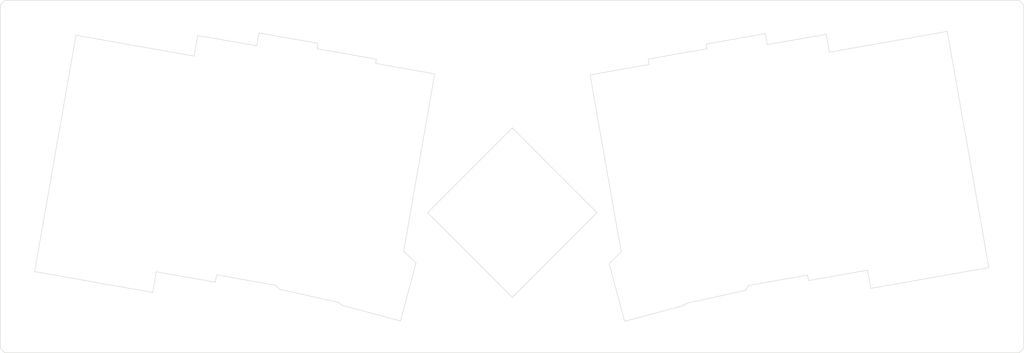
<source format=kicad_pcb>
(kicad_pcb (version 20171130) (host pcbnew "(5.1.12-1-10_14)")

  (general
    (thickness 1.6)
    (drawings 56)
    (tracks 0)
    (zones 0)
    (modules 10)
    (nets 1)
  )

  (page A3)
  (layers
    (0 F.Cu signal)
    (31 B.Cu signal)
    (32 B.Adhes user)
    (33 F.Adhes user)
    (34 B.Paste user)
    (35 F.Paste user)
    (36 B.SilkS user)
    (37 F.SilkS user)
    (38 B.Mask user)
    (39 F.Mask user)
    (40 Dwgs.User user)
    (41 Cmts.User user)
    (42 Eco1.User user)
    (43 Eco2.User user)
    (44 Edge.Cuts user)
    (45 Margin user)
    (46 B.CrtYd user)
    (47 F.CrtYd user)
    (48 B.Fab user)
    (49 F.Fab user)
  )

  (setup
    (last_trace_width 0.25)
    (user_trace_width 0.5)
    (user_trace_width 0.5)
    (trace_clearance 0.2)
    (zone_clearance 0.508)
    (zone_45_only no)
    (trace_min 0.2)
    (via_size 0.8)
    (via_drill 0.4)
    (via_min_size 0.4)
    (via_min_drill 0.3)
    (uvia_size 0.3)
    (uvia_drill 0.1)
    (uvias_allowed no)
    (uvia_min_size 0.2)
    (uvia_min_drill 0.1)
    (edge_width 0.1)
    (segment_width 0.2)
    (pcb_text_width 0.3)
    (pcb_text_size 1.5 1.5)
    (mod_edge_width 0.15)
    (mod_text_size 1 1)
    (mod_text_width 0.15)
    (pad_size 2.2 2.2)
    (pad_drill 2.2)
    (pad_to_mask_clearance 0)
    (aux_axis_origin 0 0)
    (visible_elements 7FFFFFFF)
    (pcbplotparams
      (layerselection 0x01000_7ffffffe)
      (usegerberextensions true)
      (usegerberattributes false)
      (usegerberadvancedattributes false)
      (creategerberjobfile false)
      (excludeedgelayer true)
      (linewidth 0.100000)
      (plotframeref false)
      (viasonmask false)
      (mode 1)
      (useauxorigin false)
      (hpglpennumber 1)
      (hpglpenspeed 20)
      (hpglpendiameter 15.000000)
      (psnegative false)
      (psa4output false)
      (plotreference true)
      (plotvalue true)
      (plotinvisibletext false)
      (padsonsilk false)
      (subtractmaskfromsilk false)
      (outputformat 4)
      (mirror false)
      (drillshape 0)
      (scaleselection 1)
      (outputdirectory "../../../発注/デコレーションプレート/"))
  )

  (net 0 "")

  (net_class Default "これはデフォルトのネット クラスです。"
    (clearance 0.2)
    (trace_width 0.25)
    (via_dia 0.8)
    (via_drill 0.4)
    (uvia_dia 0.3)
    (uvia_drill 0.1)
  )

  (module kbd_Hole:m2_Screw_Hole_EdgeCuts (layer F.Cu) (tedit 5DA73E67) (tstamp 60A2FDC4)
    (at 331.825 120.25)
    (descr "Mounting Hole 2.2mm, no annular, M2")
    (tags "mounting hole 2.2mm no annular m2")
    (path /629E70FB)
    (attr virtual)
    (fp_text reference J17 (at 0 -3.2) (layer F.Fab) hide
      (effects (font (size 1 1) (thickness 0.15)))
    )
    (fp_text value Conn_01x01 (at 0 3.2) (layer F.Fab) hide
      (effects (font (size 1 1) (thickness 0.15)))
    )
    (fp_circle (center 0 0) (end 1.1 0) (layer Edge.Cuts) (width 0.01))
    (fp_text user %R (at 0.3 0) (layer F.Fab) hide
      (effects (font (size 1 1) (thickness 0.15)))
    )
  )

  (module kbd_Hole:m2_Screw_Hole_EdgeCuts (layer F.Cu) (tedit 5DA73E67) (tstamp 60A2FDBE)
    (at 331.825 66.65)
    (descr "Mounting Hole 2.2mm, no annular, M2")
    (tags "mounting hole 2.2mm no annular m2")
    (path /629E70E7)
    (attr virtual)
    (fp_text reference J16 (at 0 -3.2) (layer F.Fab) hide
      (effects (font (size 1 1) (thickness 0.15)))
    )
    (fp_text value Conn_01x01 (at 0 3.2) (layer F.Fab) hide
      (effects (font (size 1 1) (thickness 0.15)))
    )
    (fp_circle (center 0 0) (end 1.1 0) (layer Edge.Cuts) (width 0.01))
    (fp_text user %R (at 0.3 0) (layer F.Fab) hide
      (effects (font (size 1 1) (thickness 0.15)))
    )
  )

  (module kbd_Hole:m2_Screw_Hole_EdgeCuts (layer F.Cu) (tedit 5DA73E67) (tstamp 60A2FDB8)
    (at 331.825 13.05)
    (descr "Mounting Hole 2.2mm, no annular, M2")
    (tags "mounting hole 2.2mm no annular m2")
    (path /5CC9EE7D)
    (attr virtual)
    (fp_text reference J15 (at 0 -3.2) (layer F.Fab) hide
      (effects (font (size 1 1) (thickness 0.15)))
    )
    (fp_text value Conn_01x01 (at 0 3.2) (layer F.Fab) hide
      (effects (font (size 1 1) (thickness 0.15)))
    )
    (fp_circle (center 0 0) (end 1.1 0) (layer Edge.Cuts) (width 0.01))
    (fp_text user %R (at 0.3 0) (layer F.Fab) hide
      (effects (font (size 1 1) (thickness 0.15)))
    )
  )

  (module kbd_Hole:m2_Screw_Hole_EdgeCuts (layer F.Cu) (tedit 5DA73E67) (tstamp 60A2FDB2)
    (at 234.325 120.25)
    (descr "Mounting Hole 2.2mm, no annular, M2")
    (tags "mounting hole 2.2mm no annular m2")
    (path /5CC48CD6)
    (attr virtual)
    (fp_text reference J14 (at 0 -3.2) (layer F.Fab) hide
      (effects (font (size 1 1) (thickness 0.15)))
    )
    (fp_text value Conn_01x01 (at 0 3.2) (layer F.Fab) hide
      (effects (font (size 1 1) (thickness 0.15)))
    )
    (fp_circle (center 0 0) (end 1.1 0) (layer Edge.Cuts) (width 0.01))
    (fp_text user %R (at 0.3 0) (layer F.Fab) hide
      (effects (font (size 1 1) (thickness 0.15)))
    )
  )

  (module kbd_Hole:m2_Screw_Hole_EdgeCuts (layer F.Cu) (tedit 5DA73E67) (tstamp 60A2FDAC)
    (at 108.575 120.25)
    (descr "Mounting Hole 2.2mm, no annular, M2")
    (tags "mounting hole 2.2mm no annular m2")
    (path /629102FD)
    (attr virtual)
    (fp_text reference J13 (at 0 -3.2) (layer F.Fab) hide
      (effects (font (size 1 1) (thickness 0.15)))
    )
    (fp_text value Conn_01x01 (at 0 3.2) (layer F.Fab) hide
      (effects (font (size 1 1) (thickness 0.15)))
    )
    (fp_circle (center 0 0) (end 1.1 0) (layer Edge.Cuts) (width 0.01))
    (fp_text user %R (at 0.3 0) (layer F.Fab) hide
      (effects (font (size 1 1) (thickness 0.15)))
    )
  )

  (module kbd_Hole:m2_Screw_Hole_EdgeCuts (layer F.Cu) (tedit 5DA73E67) (tstamp 60A2FDA6)
    (at 234.325 13.05)
    (descr "Mounting Hole 2.2mm, no annular, M2")
    (tags "mounting hole 2.2mm no annular m2")
    (path /629102E9)
    (attr virtual)
    (fp_text reference J12 (at 0 -3.2) (layer F.Fab) hide
      (effects (font (size 1 1) (thickness 0.15)))
    )
    (fp_text value Conn_01x01 (at 0 3.2) (layer F.Fab) hide
      (effects (font (size 1 1) (thickness 0.15)))
    )
    (fp_circle (center 0 0) (end 1.1 0) (layer Edge.Cuts) (width 0.01))
    (fp_text user %R (at 0.3 0) (layer F.Fab) hide
      (effects (font (size 1 1) (thickness 0.15)))
    )
  )

  (module kbd_Hole:m2_Screw_Hole_EdgeCuts (layer F.Cu) (tedit 5DA73E67) (tstamp 60A2FDA0)
    (at 108.575 13.05)
    (descr "Mounting Hole 2.2mm, no annular, M2")
    (tags "mounting hole 2.2mm no annular m2")
    (path /64540392)
    (attr virtual)
    (fp_text reference J11 (at 0 -3.2) (layer F.Fab) hide
      (effects (font (size 1 1) (thickness 0.15)))
    )
    (fp_text value Conn_01x01 (at 0 3.2) (layer F.Fab) hide
      (effects (font (size 1 1) (thickness 0.15)))
    )
    (fp_circle (center 0 0) (end 1.1 0) (layer Edge.Cuts) (width 0.01))
    (fp_text user %R (at 0.3 0) (layer F.Fab) hide
      (effects (font (size 1 1) (thickness 0.15)))
    )
  )

  (module kbd_Hole:m2_Screw_Hole_EdgeCuts (layer F.Cu) (tedit 5DA73E67) (tstamp 60A2FD9A)
    (at 11.075 120.25)
    (descr "Mounting Hole 2.2mm, no annular, M2")
    (tags "mounting hole 2.2mm no annular m2")
    (path /6454037E)
    (attr virtual)
    (fp_text reference J10 (at 0 -3.2) (layer F.Fab) hide
      (effects (font (size 1 1) (thickness 0.15)))
    )
    (fp_text value Conn_01x01 (at 0 3.2) (layer F.Fab) hide
      (effects (font (size 1 1) (thickness 0.15)))
    )
    (fp_circle (center 0 0) (end 1.1 0) (layer Edge.Cuts) (width 0.01))
    (fp_text user %R (at 0.3 0) (layer F.Fab) hide
      (effects (font (size 1 1) (thickness 0.15)))
    )
  )

  (module kbd_Hole:m2_Screw_Hole_EdgeCuts (layer F.Cu) (tedit 5DA73E67) (tstamp 60A2FD94)
    (at 11.075 66.65)
    (descr "Mounting Hole 2.2mm, no annular, M2")
    (tags "mounting hole 2.2mm no annular m2")
    (path /629E7105)
    (attr virtual)
    (fp_text reference J9 (at 0 -3.2) (layer F.Fab) hide
      (effects (font (size 1 1) (thickness 0.15)))
    )
    (fp_text value Conn_01x01 (at 0 3.2) (layer F.Fab) hide
      (effects (font (size 1 1) (thickness 0.15)))
    )
    (fp_circle (center 0 0) (end 1.1 0) (layer Edge.Cuts) (width 0.01))
    (fp_text user %R (at 0.3 0) (layer F.Fab) hide
      (effects (font (size 1 1) (thickness 0.15)))
    )
  )

  (module kbd_Hole:m2_Screw_Hole_EdgeCuts (layer F.Cu) (tedit 5DA73E67) (tstamp 60A2FD8E)
    (at 11.075 13.05)
    (descr "Mounting Hole 2.2mm, no annular, M2")
    (tags "mounting hole 2.2mm no annular m2")
    (path /629E70F1)
    (attr virtual)
    (fp_text reference J8 (at 0 -3.2) (layer F.Fab) hide
      (effects (font (size 1 1) (thickness 0.15)))
    )
    (fp_text value Conn_01x01 (at 0 3.2) (layer F.Fab) hide
      (effects (font (size 1 1) (thickness 0.15)))
    )
    (fp_circle (center 0 0) (end 1.1 0) (layer Edge.Cuts) (width 0.01))
    (fp_text user %R (at 0.3 0) (layer F.Fab) hide
      (effects (font (size 1 1) (thickness 0.15)))
    )
  )

  (gr_line (start 117.547817 107.686916) (end 135.948704 112.617419) (layer Edge.Cuts) (width 0.15))
  (gr_line (start 116.107985 106.681835) (end 117.547817 107.686916) (layer Edge.Cuts) (width 0.15))
  (gr_line (start 97.509546 102.55866) (end 116.107985 106.681835) (layer Edge.Cuts) (width 0.15))
  (gr_line (start 96.242464 101.263705) (end 97.509546 102.55866) (layer Edge.Cuts) (width 0.15))
  (gr_line (start 77.481876 97.955707) (end 96.242464 101.263705) (layer Edge.Cuts) (width 0.15))
  (gr_line (start 76.978856 100.281634) (end 77.481876 97.955707) (layer Edge.Cuts) (width 0.15))
  (gr_line (start 58.218268 96.973636) (end 76.978856 100.281634) (layer Edge.Cuts) (width 0.15))
  (gr_line (start 57.105162 103.550604) (end 58.218268 96.973636) (layer Edge.Cuts) (width 0.15))
  (gr_line (start 19.532406 96.908734) (end 57.105162 103.550604) (layer Edge.Cuts) (width 0.15))
  (gr_line (start 32.684006 21.692847) (end 19.532406 96.908734) (layer Edge.Cuts) (width 0.15))
  (gr_line (start 70.256762 28.334717) (end 32.684006 21.692847) (layer Edge.Cuts) (width 0.15))
  (gr_line (start 71.448288 21.772537) (end 70.256762 28.334717) (layer Edge.Cuts) (width 0.15))
  (gr_line (start 90.208876 25.080535) (end 71.448288 21.772537) (layer Edge.Cuts) (width 0.15))
  (gr_line (start 90.910829 20.960029) (end 90.208876 25.080535) (layer Edge.Cuts) (width 0.15))
  (gr_line (start 109.671417 24.268027) (end 90.910829 20.960029) (layer Edge.Cuts) (width 0.15))
  (gr_line (start 109.471464 25.986215) (end 109.671417 24.268027) (layer Edge.Cuts) (width 0.15))
  (gr_line (start 128.232052 29.294213) (end 109.471464 25.986215) (layer Edge.Cuts) (width 0.15))
  (gr_line (start 128.075959 30.675322) (end 128.232052 29.294213) (layer Edge.Cuts) (width 0.15))
  (gr_line (start 146.836547 33.98332) (end 128.075959 30.675322) (layer Edge.Cuts) (width 0.15))
  (gr_line (start 136.971806 90.390703) (end 146.836547 33.98332) (layer Edge.Cuts) (width 0.15))
  (gr_line (start 140.879207 94.216532) (end 136.971806 90.390703) (layer Edge.Cuts) (width 0.15))
  (gr_line (start 135.948704 112.617419) (end 140.879207 94.216532) (layer Edge.Cuts) (width 0.15))
  (gr_line (start 144.606055 78.155646) (end 171.556741 105.121703) (layer Edge.Cuts) (width 0.15))
  (gr_line (start 171.556281 51.180339) (end 144.606055 78.155646) (layer Edge.Cuts) (width 0.15))
  (gr_line (start 198.506967 78.146396) (end 171.556281 51.180339) (layer Edge.Cuts) (width 0.15))
  (gr_line (start 171.556741 105.121703) (end 198.506967 78.146396) (layer Edge.Cuts) (width 0.15))
  (gr_line (start 202.352114 94.339005) (end 207.282617 112.739892) (layer Edge.Cuts) (width 0.15))
  (gr_line (start 206.178459 90.629042) (end 202.352114 94.339005) (layer Edge.Cuts) (width 0.15))
  (gr_line (start 196.291723 34.312748) (end 206.178459 90.629042) (layer Edge.Cuts) (width 0.15))
  (gr_line (start 215.052311 31.00475) (end 196.291723 34.312748) (layer Edge.Cuts) (width 0.15))
  (gr_line (start 214.778003 29.275328) (end 215.052311 31.00475) (layer Edge.Cuts) (width 0.15))
  (gr_line (start 233.538591 25.96733) (end 214.778003 29.275328) (layer Edge.Cuts) (width 0.15))
  (gr_line (start 233.274237 24.48985) (end 233.538591 25.96733) (layer Edge.Cuts) (width 0.15))
  (gr_line (start 252.034825 21.181852) (end 233.274237 24.48985) (layer Edge.Cuts) (width 0.15))
  (gr_line (start 252.647704 24.643007) (end 252.034825 21.181852) (layer Edge.Cuts) (width 0.15))
  (gr_line (start 271.4625 21.43125) (end 252.647704 24.643007) (layer Edge.Cuts) (width 0.15))
  (gr_line (start 272.422821 27.087143) (end 271.4625 21.43125) (layer Edge.Cuts) (width 0.15))
  (gr_line (start 309.961821 20.466147) (end 272.422821 27.087143) (layer Edge.Cuts) (width 0.15))
  (gr_line (start 323.197813 95.628123) (end 309.961821 20.466147) (layer Edge.Cuts) (width 0.15))
  (gr_line (start 285.658813 102.249119) (end 323.197813 95.628123) (layer Edge.Cuts) (width 0.15))
  (gr_line (start 284.606112 96.446568) (end 285.658813 102.249119) (layer Edge.Cuts) (width 0.15))
  (gr_line (start 265.845524 99.754566) (end 284.606112 96.446568) (layer Edge.Cuts) (width 0.15))
  (gr_line (start 265.465614 98.01616) (end 265.845524 99.754566) (layer Edge.Cuts) (width 0.15))
  (gr_line (start 246.705026 101.324158) (end 265.465614 98.01616) (layer Edge.Cuts) (width 0.15))
  (gr_line (start 245.721776 102.862769) (end 246.705026 101.324158) (layer Edge.Cuts) (width 0.15))
  (gr_line (start 227.123337 106.985944) (end 245.721776 102.862769) (layer Edge.Cuts) (width 0.15))
  (gr_line (start 225.683504 107.809389) (end 227.123337 106.985944) (layer Edge.Cuts) (width 0.15))
  (gr_line (start 207.282617 112.739892) (end 225.683504 107.809389) (layer Edge.Cuts) (width 0.15))
  (gr_line (start 10.075 122.75) (end 8.575 121.25) (layer Edge.Cuts) (width 0.15) (tstamp 60883451))
  (gr_line (start 334.325 12.05) (end 332.825 10.55) (layer Edge.Cuts) (width 0.15) (tstamp 60883444))
  (gr_line (start 8.575 12.05) (end 10.075 10.55) (layer Edge.Cuts) (width 0.15) (tstamp 60883437))
  (gr_line (start 332.825 122.75) (end 334.325 121.25) (layer Edge.Cuts) (width 0.15))
  (gr_line (start 10.075 122.75) (end 332.825 122.75) (layer Edge.Cuts) (width 0.15))
  (gr_line (start 8.575 12.05) (end 8.575 121.25) (layer Edge.Cuts) (width 0.15))
  (gr_line (start 332.825 10.55) (end 10.075 10.55) (layer Edge.Cuts) (width 0.15))
  (gr_line (start 334.325 121.25) (end 334.325 12.05) (layer Edge.Cuts) (width 0.15))

)

</source>
